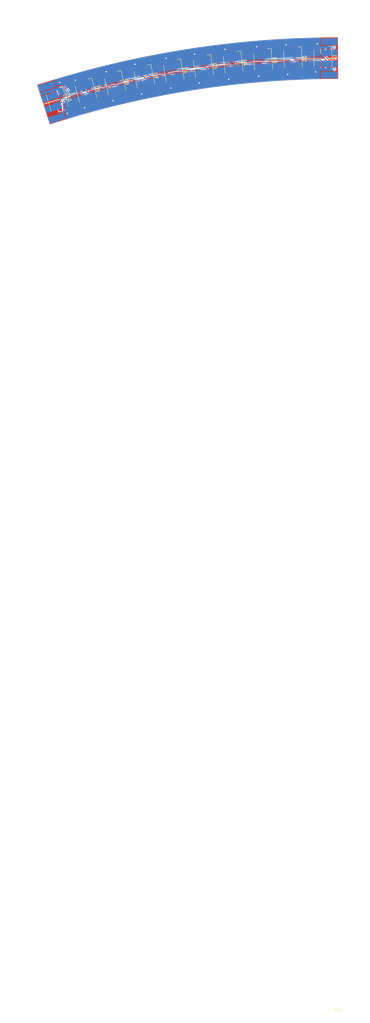
<source format=kicad_pcb>
(kicad_pcb (version 20221018) (generator pcbnew)
  (layers (0 "F.Cu" signal) (31 "B.Cu" signal) (34 "B.Paste" user) (35 "F.Paste" user) (36 "B.SilkS" user "B.Silkscreen") (37 "F.SilkS" user "F.Silkscreen") (38 "B.Mask" user) (39 "F.Mask" user) (44 "Edge.Cuts" user))
  (net 0 "")
  (net 1 "GND")
  (net 2 "+5V")
  (net 3 "Net-(D2-CO)")
  (net 4 "Net-(D2-DO)")
  (net 5 "Net-(D3-CO)")
  (net 6 "Net-(D3-DO)")
  (net 7 "Net-(D4-CO)")
  (net 8 "Net-(D4-DO)")
  (net 9 "Net-(D5-CO)")
  (net 10 "Net-(D5-DO)")
  (net 11 "Net-(D6-CO)")
  (net 12 "Net-(D6-DO)")
  (net 13 "Net-(D7-CO)")
  (net 14 "Net-(D7-DO)")
  (net 15 "Net-(D8-CO)")
  (net 16 "Net-(D8-DO)")
  (net 17 "Net-(D1-CO)")
  (net 18 "Net-(D1-DO)")
  (net 19 "Net-(D10-DI)")
  (net 20 "Net-(D10-CI)")
  (net 21 "Net-(D1-DI)")
  (net 22 "Net-(D1-CI)")
  (net 23 "Net-(D10-CO)")
  (net 24 "Net-(D10-DO)")
  (net 25 "Net-(J1-Pin_2)")
  (net 26 "Net-(J1-Pin_3)")
  (footprint "LED_SMD:LED_RGB_5050-6" (layer "F.Cu") (at 84.466339 53.895439 -74.7)
    (fp_text reference "D9" (at 0 -3.5 105.3) (layer "F.SilkS"))
    (fp_text value "APA102")
    (fp_line (start -3.6 -2.7) (end 2.5 -2.7) (stroke (width 0.12)) (layer "F.SilkS"))
    (fp_line (start -3.6 -1.6) (end -3.6 -2.7) (stroke (width 0.12)) (layer "F.SilkS"))
    (fp_line (start 2.5 2.7) (end -2.5 2.7) (stroke (width 0.12)) (layer "F.SilkS"))
    (pad "1" smd rect (at -2.4 -1.7 15.3) (size 1.1 2) (layers "F.Cu" "F.Paste" "F.Mask") (net 16 "Net-(D8-DO)"))
    (pad "2" smd rect (at -2.4 0 15.3) (size 1.1 2) (layers "F.Cu" "F.Paste" "F.Mask") (net 15 "Net-(D8-CO)"))
    (pad "3" smd rect (at -2.4 1.7 15.3) (size 1.1 2) (layers "F.Cu" "F.Paste" "F.Mask") (net 1 "GND"))
    (pad "4" smd rect (at 2.4 1.7 15.3) (size 1.1 2) (layers "F.Cu" "F.Paste" "F.Mask") (net 2 "+5V"))
    (pad "5" smd rect (at 2.4 0 15.3) (size 1.1 2) (layers "F.Cu" "F.Paste" "F.Mask") (net 20 "Net-(D10-CI)"))
    (pad "6" smd rect (at 2.4 -1.7 15.3) (size 1.1 2) (layers "F.Cu" "F.Paste" "F.Mask") (net 19 "Net-(D10-DI)"))
  )
  (footprint "LED_SMD:LED_RGB_5050-6" (layer "F.Cu") (at 128.588553 45.478677 -83.7)
    (fp_text reference "D4" (at 0 -3.5 96.3) (layer "F.SilkS"))
    (fp_text value "APA102")
    (fp_line (start -3.6 -2.7) (end 2.5 -2.7) (stroke (width 0.12)) (layer "F.SilkS"))
    (fp_line (start -3.6 -1.6) (end -3.6 -2.7) (stroke (width 0.12)) (layer "F.SilkS"))
    (fp_line (start 2.5 2.7) (end -2.5 2.7) (stroke (width 0.12)) (layer "F.SilkS"))
    (pad "1" smd rect (at -2.4 -1.7 6.3) (size 1.1 2) (layers "F.Cu" "F.Paste" "F.Mask") (net 6 "Net-(D3-DO)"))
    (pad "2" smd rect (at -2.4 0 6.3) (size 1.1 2) (layers "F.Cu" "F.Paste" "F.Mask") (net 5 "Net-(D3-CO)"))
    (pad "3" smd rect (at -2.4 1.7 6.3) (size 1.1 2) (layers "F.Cu" "F.Paste" "F.Mask") (net 1 "GND"))
    (pad "4" smd rect (at 2.4 1.7 6.3) (size 1.1 2) (layers "F.Cu" "F.Paste" "F.Mask") (net 2 "+5V"))
    (pad "5" smd rect (at 2.4 0 6.3) (size 1.1 2) (layers "F.Cu" "F.Paste" "F.Mask") (net 7 "Net-(D4-CO)"))
    (pad "6" smd rect (at 2.4 -1.7 6.3) (size 1.1 2) (layers "F.Cu" "F.Paste" "F.Mask") (net 8 "Net-(D4-DO)"))
  )
  (footprint "LED_SMD:LED_RGB_5050-6" (layer "F.Cu") (at 137.541084 44.632413 -85.5)
    (fp_text reference "D3" (at 0 -3.5 94.5) (layer "F.SilkS"))
    (fp_text value "APA102")
    (fp_line (start -3.6 -2.7) (end 2.5 -2.7) (stroke (width 0.12)) (layer "F.SilkS"))
    (fp_line (start -3.6 -1.6) (end -3.6 -2.7) (stroke (width 0.12)) (layer "F.SilkS"))
    (fp_line (start 2.5 2.7) (end -2.5 2.7) (stroke (width 0.12)) (layer "F.SilkS"))
    (pad "1" smd rect (at -2.4 -1.7 4.5) (size 1.1 2) (layers "F.Cu" "F.Paste" "F.Mask") (net 4 "Net-(D2-DO)"))
    (pad "2" smd rect (at -2.4 0 4.5) (size 1.1 2) (layers "F.Cu" "F.Paste" "F.Mask") (net 3 "Net-(D2-CO)"))
    (pad "3" smd rect (at -2.4 1.7 4.5) (size 1.1 2) (layers "F.Cu" "F.Paste" "F.Mask") (net 1 "GND"))
    (pad "4" smd rect (at 2.4 1.7 4.5) (size 1.1 2) (layers "F.Cu" "F.Paste" "F.Mask") (net 2 "+5V"))
    (pad "5" smd rect (at 2.4 0 4.5) (size 1.1 2) (layers "F.Cu" "F.Paste" "F.Mask") (net 5 "Net-(D3-CO)"))
    (pad "6" smd rect (at 2.4 -1.7 4.5) (size 1.1 2) (layers "F.Cu" "F.Paste" "F.Mask") (net 6 "Net-(D3-DO)"))
  )
  (footprint "LED_SMD:LED_RGB_5050-6" (layer "F.Cu") (at 93.176265 51.65911 -76.5)
    (fp_text reference "D8" (at 0 -3.5 103.5) (layer "F.SilkS"))
    (fp_text value "APA102")
    (fp_line (start -3.6 -2.7) (end 2.5 -2.7) (stroke (width 0.12)) (layer "F.SilkS"))
    (fp_line (start -3.6 -1.6) (end -3.6 -2.7) (stroke (width 0.12)) (layer "F.SilkS"))
    (fp_line (start 2.5 2.7) (end -2.5 2.7) (stroke (width 0.12)) (layer "F.SilkS"))
    (pad "1" smd rect (at -2.4 -1.7 13.5) (size 1.1 2) (layers "F.Cu" "F.Paste" "F.Mask") (net 14 "Net-(D7-DO)"))
    (pad "2" smd rect (at -2.4 0 13.5) (size 1.1 2) (layers "F.Cu" "F.Paste" "F.Mask") (net 13 "Net-(D7-CO)"))
    (pad "3" smd rect (at -2.4 1.7 13.5) (size 1.1 2) (layers "F.Cu" "F.Paste" "F.Mask") (net 1 "GND"))
    (pad "4" smd rect (at 2.4 1.7 13.5) (size 1.1 2) (layers "F.Cu" "F.Paste" "F.Mask") (net 2 "+5V"))
    (pad "5" smd rect (at 2.4 0 13.5) (size 1.1 2) (layers "F.Cu" "F.Paste" "F.Mask") (net 15 "Net-(D8-CO)"))
    (pad "6" smd rect (at 2.4 -1.7 13.5) (size 1.1 2) (layers "F.Cu" "F.Paste" "F.Mask") (net 16 "Net-(D8-DO)"))
  )
  (footprint "LED_SMD:LED_RGB_5050-6" (layer "F.Cu") (at 110.785295 48.012455 -80.1)
    (fp_text reference "D6" (at 0 -3.5 99.9) (layer "F.SilkS"))
    (fp_text value "APA102")
    (fp_line (start -3.6 -2.7) (end 2.5 -2.7) (stroke (width 0.12)) (layer "F.SilkS"))
    (fp_line (start -3.6 -1.6) (end -3.6 -2.7) (stroke (width 0.12)) (layer "F.SilkS"))
    (fp_line (start 2.5 2.7) (end -2.5 2.7) (stroke (width 0.12)) (layer "F.SilkS"))
    (pad "1" smd rect (at -2.4 -1.7 9.9) (size 1.1 2) (layers "F.Cu" "F.Paste" "F.Mask") (net 10 "Net-(D5-DO)"))
    (pad "2" smd rect (at -2.4 0 9.9) (size 1.1 2) (layers "F.Cu" "F.Paste" "F.Mask") (net 9 "Net-(D5-CO)"))
    (pad "3" smd rect (at -2.4 1.7 9.9) (size 1.1 2) (layers "F.Cu" "F.Paste" "F.Mask") (net 1 "GND"))
    (pad "4" smd rect (at 2.4 1.7 9.9) (size 1.1 2) (layers "F.Cu" "F.Paste" "F.Mask") (net 2 "+5V"))
    (pad "5" smd rect (at 2.4 0 9.9) (size 1.1 2) (layers "F.Cu" "F.Paste" "F.Mask") (net 11 "Net-(D6-CO)"))
    (pad "6" smd rect (at 2.4 -1.7 9.9) (size 1.1 2) (layers "F.Cu" "F.Paste" "F.Mask") (net 12 "Net-(D6-DO)"))
  )
  (footprint "LED_SMD:LED_RGB_5050-6" (layer "F.Cu") (at 155.50378 43.785314 -89.1)
    (fp_text reference "D1" (at 0 -3.5 90.9) (layer "F.SilkS"))
    (fp_text value "APA102")
    (fp_line (start -3.6 -2.7) (end 2.5 -2.7) (stroke (width 0.12)) (layer "F.SilkS"))
    (fp_line (start -3.6 -1.6) (end -3.6 -2.7) (stroke (width 0.12)) (layer "F.SilkS"))
    (fp_line (start 2.5 2.7) (end -2.5 2.7) (stroke (width 0.12)) (layer "F.SilkS"))
    (pad "1" smd rect (at -2.4 -1.7 0.9) (size 1.1 2) (layers "F.Cu" "F.Paste" "F.Mask") (net 21 "Net-(D1-DI)"))
    (pad "2" smd rect (at -2.4 0 0.9) (size 1.1 2) (layers "F.Cu" "F.Paste" "F.Mask") (net 22 "Net-(D1-CI)"))
    (pad "3" smd rect (at -2.4 1.7 0.9) (size 1.1 2) (layers "F.Cu" "F.Paste" "F.Mask") (net 1 "GND"))
    (pad "4" smd rect (at 2.4 1.7 0.9) (size 1.1 2) (layers "F.Cu" "F.Paste" "F.Mask") (net 2 "+5V"))
    (pad "5" smd rect (at 2.4 0 0.9) (size 1.1 2) (layers "F.Cu" "F.Paste" "F.Mask") (net 17 "Net-(D1-CO)"))
    (pad "6" smd rect (at 2.4 -1.7 0.9) (size 1.1 2) (layers "F.Cu" "F.Paste" "F.Mask") (net 18 "Net-(D1-DO)"))
  )
  (footprint "LED_SMD:LED_RGB_5050-6" (layer "F.Cu") (at 75.830957 56.40425 -72.9)
    (fp_text reference "D10" (at 0 -3.5 107.1) (layer "F.SilkS"))
    (fp_text value "APA102")
    (fp_line (start -3.6 -2.7) (end 2.5 -2.7) (stroke (width 0.12)) (layer "F.SilkS"))
    (fp_line (start -3.6 -1.6) (end -3.6 -2.7) (stroke (width 0.12)) (layer "F.SilkS"))
    (fp_line (start 2.5 2.7) (end -2.5 2.7) (stroke (width 0.12)) (layer "F.SilkS"))
    (pad "1" smd rect (at -2.4 -1.7 17.1) (size 1.1 2) (layers "F.Cu" "F.Paste" "F.Mask") (net 19 "Net-(D10-DI)"))
    (pad "2" smd rect (at -2.4 0 17.1) (size 1.1 2) (layers "F.Cu" "F.Paste" "F.Mask") (net 20 "Net-(D10-CI)"))
    (pad "3" smd rect (at -2.4 1.7 17.1) (size 1.1 2) (layers "F.Cu" "F.Paste" "F.Mask") (net 1 "GND"))
    (pad "4" smd rect (at 2.4 1.7 17.1) (size 1.1 2) (layers "F.Cu" "F.Paste" "F.Mask") (net 2 "+5V"))
    (pad "5" smd rect (at 2.4 0 17.1) (size 1.1 2) (layers "F.Cu" "F.Paste" "F.Mask") (net 23 "Net-(D10-CO)"))
    (pad "6" smd rect (at 2.4 -1.7 17.1) (size 1.1 2) (layers "F.Cu" "F.Paste" "F.Mask") (net 24 "Net-(D10-DO)"))
  )
  (footprint "LED_SMD:LED_RGB_5050-6" (layer "F.Cu") (at 146.515778 44.067773 -87.3)
    (fp_text reference "D2" (at 0 -3.5 92.7) (layer "F.SilkS"))
    (fp_text value "APA102")
    (fp_line (start -3.6 -2.7) (end 2.5 -2.7) (stroke (width 0.12)) (layer "F.SilkS"))
    (fp_line (start -3.6 -1.6) (end -3.6 -2.7) (stroke (width 0.12)) (layer "F.SilkS"))
    (fp_line (start 2.5 2.7) (end -2.5 2.7) (stroke (width 0.12)) (layer "F.SilkS"))
    (pad "1" smd rect (at -2.4 -1.7 2.7) (size 1.1 2) (layers "F.Cu" "F.Paste" "F.Mask") (net 18 "Net-(D1-DO)"))
    (pad "2" smd rect (at -2.4 0 2.7) (size 1.1 2) (layers "F.Cu" "F.Paste" "F.Mask") (net 17 "Net-(D1-CO)"))
    (pad "3" smd rect (at -2.4 1.7 2.7) (size 1.1 2) (layers "F.Cu" "F.Paste" "F.Mask") (net 1 "GND"))
    (pad "4" smd rect (at 2.4 1.7 2.7) (size 1.1 2) (layers "F.Cu" "F.Paste" "F.Mask") (net 2 "+5V"))
    (pad "5" smd rect (at 2.4 0 2.7) (size 1.1 2) (layers "F.Cu" "F.Paste" "F.Mask") (net 3 "Net-(D2-CO)"))
    (pad "6" smd rect (at 2.4 -1.7 2.7) (size 1.1 2) (layers "F.Cu" "F.Paste" "F.Mask") (net 4 "Net-(D2-DO)"))
  )
  (footprint "LED_SMD:LED_RGB_5050-6" (layer "F.Cu") (at 101.952137 49.69747 -78.3)
    (fp_text reference "D7" (at 0 -3.5 101.7) (layer "F.SilkS"))
    (fp_text value "APA102")
    (fp_line (start -3.6 -2.7) (end 2.5 -2.7) (stroke (width 0.12)) (layer "F.SilkS"))
    (fp_line (start -3.6 -1.6) (end -3.6 -2.7) (stroke (width 0.12)) (layer "F.SilkS"))
    (fp_line (start 2.5 2.7) (end -2.5 2.7) (stroke (width 0.12)) (layer "F.SilkS"))
    (pad "1" smd rect (at -2.4 -1.7 11.7) (size 1.1 2) (layers "F.Cu" "F.Paste" "F.Mask") (net 12 "Net-(D6-DO)"))
    (pad "2" smd rect (at -2.4 0 11.7) (size 1.1 2) (layers "F.Cu" "F.Paste" "F.Mask") (net 11 "Net-(D6-CO)"))
    (pad "3" smd rect (at -2.4 1.7 11.7) (size 1.1 2) (layers "F.Cu" "F.Paste" "F.Mask") (net 1 "GND"))
    (pad "4" smd rect (at 2.4 1.7 11.7) (size 1.1 2) (layers "F.Cu" "F.Paste" "F.Mask") (net 2 "+5V"))
    (pad "5" smd rect (at 2.4 0 11.7) (size 1.1 2) (layers "F.Cu" "F.Paste" "F.Mask") (net 13 "Net-(D7-CO)"))
    (pad "6" smd rect (at 2.4 -1.7 11.7) (size 1.1 2) (layers "F.Cu" "F.Paste" "F.Mask") (net 14 "Net-(D7-DO)"))
  )
  (footprint "LED_SMD:LED_RGB_5050-6" (layer "F.Cu") (at 119.667022 46.605728 -81.9)
    (fp_text reference "D5" (at 0 -3.5 98.1) (layer "F.SilkS"))
    (fp_text value "APA102")
    (fp_line (start -3.6 -2.7) (end 2.5 -2.7) (stroke (width 0.12)) (layer "F.SilkS"))
    (fp_line (start -3.6 -1.6) (end -3.6 -2.7) (stroke (width 0.12)) (layer "F.SilkS"))
    (fp_line (start 2.5 2.7) (end -2.5 2.7) (stroke (width 0.12)) (layer "F.SilkS"))
    (pad "1" smd rect (at -2.4 -1.7 8.1) (size 1.1 2) (layers "F.Cu" "F.Paste" "F.Mask") (net 8 "Net-(D4-DO)"))
    (pad "2" smd rect (at -2.4 0 8.1) (size 1.1 2) (layers "F.Cu" "F.Paste" "F.Mask") (net 7 "Net-(D4-CO)"))
    (pad "3" smd rect (at -2.4 1.7 8.1) (size 1.1 2) (layers "F.Cu" "F.Paste" "F.Mask") (net 1 "GND"))
    (pad "4" smd rect (at 2.4 1.7 8.1) (size 1.1 2) (layers "F.Cu" "F.Paste" "F.Mask") (net 2 "+5V"))
    (pad "5" smd rect (at 2.4 0 8.1) (size 1.1 2) (layers "F.Cu" "F.Paste" "F.Mask") (net 9 "Net-(D5-CO)"))
    (pad "6" smd rect (at 2.4 -1.7 8.1) (size 1.1 2) (layers "F.Cu" "F.Paste" "F.Mask") (net 10 "Net-(D5-DO)"))
  )
  (footprint "additional:side_blinker_shape" (layer "F.Cu") (at 160 330)
    (fp_text reference "H1" (at 0 -0.5 unlocked) (layer "F.SilkS"))
    (fp_text value "MountingHole")
    (fp_line (start -90.267454 -278.222998) (end -86.409876 -266.333143) (stroke (width 0.12)) (layer "Edge.Cuts"))
    (fp_line (start 0 -292.5) (end 0.1 -279.999999) (stroke (width 0.12)) (layer "Edge.Cuts"))
    (fp_arc (start -90.267454 -278.222998) (mid -45.694765 -288.908702) (end 0 -292.5) (stroke (width 0.12)) (layer "Edge.Cuts"))
    (fp_arc (start -86.409876 -266.333143) (mid -43.692613 -276.570001) (end 0.1 -279.999999) (stroke (width 0.12)) (layer "Edge.Cuts"))
  )
  (footprint "additional:connector led ribbon" (layer "B.Cu") (at 73.729757 63.676177 18)
    (fp_text reference "J2" hide)
    (fp_text value "Conn_01x06")
    (pad "1" smd rect (at 2.5 -1.25 18) (size 5 2) (layers "B.Cu" "B.Paste" "B.Mask") (net 23 "Net-(D10-CO)"))
    (pad "2" smd rect (at 2.5 -4.583333 18) (size 5 2) (layers "B.Cu" "B.Paste" "B.Mask") (net 25 "Net-(J1-Pin_2)"))
    (pad "3" smd rect (at 2.5 -7.916666 18) (size 5 2) (layers "B.Cu" "B.Paste" "B.Mask") (net 26 "Net-(J1-Pin_3)"))
    (pad "4" smd rect (at 2.5 -11.249999 18) (size 5 2) (layers "B.Cu" "B.Paste" "B.Mask") (net 24 "Net-(D10-DO)"))
    (pad "5" smd rect (at 2.5 -1.25 18) (size 5 2) (layers "F.Cu" "F.Paste" "F.Mask") (net 2 "+5V"))
    (pad "6" smd rect (at 2.5 -11.249999 18) (size 5 2) (layers "F.Cu" "F.Paste" "F.Mask") (net 1 "GND"))
  )
  (footprint "additional:connector led ribbon" (layer "B.Cu") (at 154.830957 50.05425)
    (fp_text reference "J1" hide)
    (fp_text value "Conn_01x06")
    (pad "1" smd rect (at 2.5 -1.25) (size 5 2) (layers "B.Cu" "B.Paste" "B.Mask") (net 22 "Net-(D1-CI)"))
    (pad "2" smd rect (at 2.5 -4.583333) (size 5 2) (layers "B.Cu" "B.Paste" "B.Mask") (net 25 "Net-(J1-Pin_2)"))
    (pad "3" smd rect (at 2.5 -7.916666) (size 5 2) (layers "B.Cu" "B.Paste" "B.Mask") (net 26 "Net-(J1-Pin_3)"))
    (pad "4" smd rect (at 2.5 -11.249999) (size 5 2) (layers "B.Cu" "B.Paste" "B.Mask") (net 21 "Net-(D1-DI)"))
    (pad "5" smd rect (at 2.5 -1.25) (size 5 2) (layers "F.Cu" "F.Paste" "F.Mask") (net 2 "+5V"))
    (pad "6" smd rect (at 2.5 -11.249999) (size 5 2) (layers "F.Cu" "F.Paste" "F.Mask") (net 1 "GND"))
  )
  (segment (start 82.193296 51.366589) (end 81.230957 50.40425) (width 1.5) (layer "F.Cu") (net 1))
  (segment (start 82.193296 52.029085) (end 82.193296 51.366589) (width 1.5) (layer "F.Cu") (net 1))
  (via (at 81.230957 50.40425) (size 0.8) (drill 0.4) (layers "F.Cu" "B.Cu") (net 1))
  (via (at 126.130957 41.10425) (size 0.8) (drill 0.4) (layers "F.Cu" "B.Cu") (net 1))
  (via (at 153.830957 39.40425) (size 0.8) (drill 0.4) (layers "F.Cu" "B.Cu") (net 1))
  (via (at 144.430957 39.70425) (size 0.8) (drill 0.4) (layers "F.Cu" "B.Cu") (net 1))
  (via (at 108.430957 43.80425) (size 0.8) (drill 0.4) (layers "F.Cu" "B.Cu") (net 1))
  (via (at 135.630957 40.30425) (size 0.8) (drill 0.4) (layers "F.Cu" "B.Cu") (net 1))
  (via (at 90.530957 47.80425) (size 0.8) (drill 0.4) (layers "F.Cu" "B.Cu") (net 1))
  (via (at 76.630957 51.00425) (size 0.8) (drill 0.4) (layers "F.Cu" "B.Cu") (net 1))
  (via (at 117.030957 42.50425) (size 0.8) (drill 0.4) (layers "F.Cu" "B.Cu") (net 1))
  (via (at 99.130957 45.60425) (size 0.8) (drill 0.4) (layers "F.Cu" "B.Cu") (net 1))
  (via (at 101.130957 54.50425) (size 0.8) (drill 0.4) (layers "F.Cu" "B.Cu") (net 2))
  (via (at 118.430957 51.20425) (size 0.8) (drill 0.4) (layers "F.Cu" "B.Cu") (net 2))
  (via (at 144.930957 48.60425) (size 0.8) (drill 0.4) (layers "F.Cu" "B.Cu") (net 2))
  (via (at 84.030957 58.60425) (size 0.8) (drill 0.4) (layers "F.Cu" "B.Cu") (net 2))
  (via (at 136.230957 49.20425) (size 0.8) (drill 0.4) (layers "F.Cu" "B.Cu") (net 2))
  (via (at 127.230957 50.10425) (size 0.8) (drill 0.4) (layers "F.Cu" "B.Cu") (net 2))
  (via (at 153.330957 47.90425) (size 0.8) (drill 0.4) (layers "F.Cu" "B.Cu") (net 2))
  (via (at 92.530957 56.50425) (size 0.8) (drill 0.4) (layers "F.Cu" "B.Cu") (net 2))
  (via (at 78.830957 60.30425) (size 0.8) (drill 0.4) (layers "F.Cu" "B.Cu") (net 2))
  (via (at 109.930957 52.70425) (size 0.8) (drill 0.4) (layers "F.Cu" "B.Cu") (net 2))
  (segment (start 146.628833 46.465109) (end 146.628833 45.463998) (width 0.25) (layer "F.Cu") (net 3))
  (segment (start 137.352782 43.242903) (end 137.352782 42.239811) (width 0.25) (layer "F.Cu") (net 3))
  (segment (start 146.628833 45.463998) (end 145.569085 44.40425) (width 0.25) (layer "F.Cu") (net 3))
  (segment (start 145.569085 44.40425) (end 138.514129 44.40425) (width 0.25) (layer "F.Cu") (net 3))
  (segment (start 138.514129 44.40425) (end 137.352782 43.242903) (width 0.25) (layer "F.Cu") (net 3))
  (segment (start 140.041427 43.100316) (end 139.047542 42.106431) (width 0.25) (layer "F.Cu") (net 4))
  (segment (start 148.326946 46.385028) (end 148.326946 45.383917) (width 0.25) (layer "F.Cu") (net 4))
  (segment (start 148.326946 45.383917) (end 146.043345 43.100316) (width 0.25) (layer "F.Cu") (net 4))
  (segment (start 146.043345 43.100316) (end 140.041427 43.100316) (width 0.25) (layer "F.Cu") (net 4))
  (segment (start 129.630194 45.40425) (end 128.325191 44.099247) (width 0.25) (layer "F.Cu") (net 5))
  (segment (start 137.111713 45.40425) (end 129.630194 45.40425) (width 0.25) (layer "F.Cu") (net 5))
  (segment (start 137.729386 46.021923) (end 137.111713 45.40425) (width 0.25) (layer "F.Cu") (net 5))
  (segment (start 137.729386 47.025015) (end 137.729386 46.021923) (width 0.25) (layer "F.Cu") (net 5))
  (segment (start 128.325191 44.099247) (end 128.325191 43.093171) (width 0.25) (layer "F.Cu") (net 5))
  (segment (start 132.062552 44.95425) (end 130.014924 42.906622) (width 0.25) (layer "F.Cu") (net 6))
  (segment (start 138.489853 44.95425) (end 132.062552 44.95425) (width 0.25) (layer "F.Cu") (net 6))
  (segment (start 139.424145 45.888542) (end 138.489853 44.95425) (width 0.25) (layer "F.Cu") (net 6))
  (segment (start 139.424145 46.891634) (end 139.424145 45.888542) (width 0.25) (layer "F.Cu") (net 6))
  (segment (start 119.328859 45.239748) (end 119.328859 44.229671) (width 0.25) (layer "F.Cu") (net 7))
  (segment (start 119.471769 45.382658) (end 119.328859 45.239748) (width 0.25) (layer "F.Cu") (net 7))
  (segment (start 128.851915 47.789585) (end 126.444988 45.382658) (width 0.25) (layer "F.Cu") (net 7))
  (segment (start 126.444988 45.382658) (end 119.471769 45.382658) (width 0.25) (layer "F.Cu") (net 7))
  (segment (start 128.851915 47.864183) (end 128.851915 47.789585) (width 0.25) (layer "F.Cu") (net 7))
  (segment (start 121.954418 44.932658) (end 121.011899 43.990139) (width 0.25) (layer "F.Cu") (net 8))
  (segment (start 127.652976 45.95425) (end 126.631384 44.932658) (width 0.25) (layer "F.Cu") (net 8))
  (segment (start 129.82434 45.95425) (end 127.652976 45.95425) (width 0.25) (layer "F.Cu") (net 8))
  (segment (start 130.541649 47.677635) (end 130.541649 46.671559) (width 0.25) (layer "F.Cu") (net 8))
  (segment (start 130.541649 46.671559) (end 129.82434 45.95425) (width 0.25) (layer "F.Cu") (net 8))
  (segment (start 126.631384 44.932658) (end 121.954418 44.932658) (width 0.25) (layer "F.Cu") (net 8))
  (segment (start 120.005185 48.981785) (end 120.005185 47.971708) (width 0.25) (layer "F.Cu") (net 9))
  (segment (start 112.128722 47.40425) (end 110.372665 45.648193) (width 0.25) (layer "F.Cu") (net 9))
  (segment (start 120.005185 47.971708) (end 119.437727 47.40425) (width 0.25) (layer "F.Cu") (net 9))
  (segment (start 119.437727 47.40425) (end 112.128722 47.40425) (width 0.25) (layer "F.Cu") (net 9))
  (segment (start 120.360299 46.40425) (end 113.095688 46.40425) (width 0.25) (layer "F.Cu") (net 10))
  (segment (start 121.688225 47.732176) (end 120.360299 46.40425) (width 0.25) (layer "F.Cu") (net 10))
  (segment (start 121.688225 48.742253) (end 121.688225 47.732176) (width 0.25) (layer "F.Cu") (net 10))
  (segment (start 113.095688 46.40425) (end 112.047351 45.355913) (width 0.25) (layer "F.Cu") (net 10))
  (segment (start 110.085535 49.264327) (end 103.382439 49.264327) (width 0.25) (layer "F.Cu") (net 11))
  (segment (start 111.197925 50.376717) (end 110.085535 49.264327) (width 0.25) (layer "F.Cu") (net 11))
  (segment (start 103.382439 49.264327) (end 101.465447 47.347335) (width 0.25) (layer "F.Cu") (net 11))
  (segment (start 112.872611 50.084438) (end 111.6025 48.814327) (width 0.25) (layer "F.Cu") (net 12))
  (segment (start 104.941856 48.814327) (end 103.130126 47.002597) (width 0.25) (layer "F.Cu") (net 12))
  (segment (start 111.6025 48.814327) (end 104.941856 48.814327) (width 0.25) (layer "F.Cu") (net 12))
  (segment (start 100.745552 50.35433) (end 93.644904 50.35433) (width 0.25) (layer "F.Cu") (net 13))
  (segment (start 102.438827 52.047605) (end 100.745552 50.35433) (width 0.25) (layer "F.Cu") (net 13))
  (segment (start 93.644904 50.35433) (end 92.615996 49.325422) (width 0.25) (layer "F.Cu") (net 13))
  (segment (start 104.103505 51.702866) (end 101.508469 49.10783) (width 0.25) (layer "F.Cu") (net 14))
  (segment (start 101.508469 49.10783) (end 94.44829 49.10783) (width 0.25) (layer "F.Cu") (net 14))
  (segment (start 94.44829 49.10783) (end 94.269025 48.928565) (width 0.25) (layer "F.Cu") (net 14))
  (segment (start 93.736534 53.992798) (end 92.147986 52.40425) (width 0.25) (layer "F.Cu") (net 15))
  (segment (start 86.668602 52.566605) (end 84.819148 52.566605) (width 0.25) (layer "F.Cu") (net 15))
  (segment (start 92.147986 52.40425) (end 86.830957 52.40425) (width 0.25) (layer "F.Cu") (net 15))
  (segment (start 84.819148 52.566605) (end 83.833044 51.580501) (width 0.25) (layer "F.Cu") (net 15))
  (segment (start 86.830957 52.40425) (end 86.668602 52.566605) (width 0.25) (layer "F.Cu") (net 15))
  (segment (start 93.747872 51.95425) (end 86.295124 51.95425) (width 0.25) (layer "F.Cu") (net 16))
  (segment (start 95.389563 53.595941) (end 93.747872 51.95425) (width 0.25) (layer "F.Cu") (net 16))
  (segment (start 86.295124 51.95425) (end 85.472791 51.131917) (width 0.25) (layer "F.Cu") (net 16))
  (segment (start 154.589437 44.232853) (end 147.812278 44.232853) (width 0.25) (layer "F.Cu") (net 17))
  (segment (start 155.541478 46.185018) (end 155.541478 45.184894) (width 0.25) (layer "F.Cu") (net 17))
  (segment (start 147.812278 44.232853) (end 146.402723 42.823298) (width 0.25) (layer "F.Cu") (net 17))
  (segment (start 146.402723 42.823298) (end 146.402723 41.670437) (width 0.25) (layer "F.Cu") (net 17))
  (segment (start 155.541478 45.184894) (end 154.589437 44.232853) (width 0.25) (layer "F.Cu") (net 17))
  (segment (start 157.241268 45.158191) (end 155.86593 43.782853) (width 0.25) (layer "F.Cu") (net 18))
  (segment (start 157.241268 46.158315) (end 157.241268 45.158191) (width 0.25) (layer "F.Cu") (net 18))
  (segment (start 150.293332 43.782853) (end 148.100835 41.590356) (width 0.25) (layer "F.Cu") (net 18))
  (segment (start 155.86593 43.782853) (end 150.293332 43.782853) (width 0.25) (layer "F.Cu") (net 18))
  (segment (start 86.739382 55.761793) (end 84.456839 53.47925) (width 0.25) (layer "F.Cu") (net 19))
  (segment (start 84.456839 53.47925) (end 80.938369 53.47925) (width 0.25) (layer "F.Cu") (net 19))
  (segment (start 79.463369 52.00425) (end 78.230957 52.00425) (width 0.25) (layer "F.Cu") (net 19))
  (segment (start 80.938369 53.47925) (end 79.463369 52.00425) (width 0.25) (layer "F.Cu") (net 19))
  (segment (start 78.230957 52.00425) (end 76.750108 53.485099) (width 0.25) (layer "F.Cu") (net 19))
  (segment (start 76.750108 53.485099) (end 76.750108 53.610478) (width 0.25) (layer "F.Cu") (net 19))
  (segment (start 77.989751 54.44944) (end 77.386198 55.052993) (width 0.25) (layer "F.Cu") (net 20))
  (segment (start 77.386198 55.052993) (end 76.067906 55.052993) (width 0.25) (layer "F.Cu") (net 20))
  (segment (start 76.067906 55.052993) (end 75.12526 54.110347) (width 0.25) (layer "F.Cu") (net 20))
  (segment (start 78.630957 52.50425) (end 77.989751 53.145456) (width 0.25) (layer "F.Cu") (net 20))
  (segment (start 82.818507 53.92925) (end 80.751973 53.92925) (width 0.25) (layer "F.Cu") (net 20))
  (segment (start 85.099634 56.210377) (end 82.818507 53.92925) (width 0.25) (layer "F.Cu") (net 20))
  (segment (start 77.989751 53.145456) (end 77.989751 54.44944) (width 0.25) (layer "F.Cu") (net 20))
  (segment (start 80.751973 53.92925) (end 79.326973 52.50425) (width 0.25) (layer "F.Cu") (net 20))
  (segment (start 79.326973 52.50425) (end 78.630957 52.50425) (width 0.25) (layer "F.Cu") (net 20))
  (segment (start 157.976299 41.358908) (end 158.830957 40.50425) (width 0.25) (layer "F.Cu") (net 21))
  (segment (start 157.165873 41.358908) (end 157.976299 41.358908) (width 0.25) (layer "F.Cu") (net 21))
  (via (at 158.830957 40.50425) (size 0.8) (drill 0.4) (layers "F.Cu" "B.Cu") (net 21))
  (segment (start 158.830957 40.50425) (end 158.830957 40.304251) (width 0.25) (layer "B.Cu") (net 21))
  (segment (start 158.830957 40.304251) (end 157.330957 38.804251) (width 0.25) (layer "B.Cu") (net 21))
  (segment (start 155.466082 42.380768) (end 155.466082 41.38561) (width 0.25) (layer "F.Cu") (net 22))
  (segment (start 158.930957 47.070419) (end 158.930957 45.845643) (width 0.25) (layer "F.Cu") (net 22))
  (segment (start 158.930957 45.845643) (end 155.466082 42.380768) (width 0.25) (layer "F.Cu") (net 22))
  (via (at 158.930957 47.070419) (size 0.8) (drill 0.4) (layers "F.Cu" "B.Cu") (net 22))
  (segment (start 157.330957 48.670419) (end 158.930957 47.070419) (width 0.25) (layer "B.Cu") (net 22))
  (segment (start 157.330957 48.80425) (end 157.330957 48.670419) (width 0.25) (layer "B.Cu") (net 22))
  (segment (start 76.536654 57.523553) (end 77.355957 56.70425) (width 0.25) (layer "F.Cu") (net 23))
  (segment (start 76.536654 58.698153) (end 76.536654 57.523553) (width 0.25) (layer "F.Cu") (net 23))
  (via (at 77.355957 56.70425) (size 0.8) (drill 0.4) (layers "F.Cu" "B.Cu") (net 23))
  (segment (start 77.702729 59.733212) (end 77.702729 57.051022) (width 0.25) (layer "B.Cu") (net 23))
  (segment (start 77.702729 57.051022) (end 77.355957 56.70425) (width 0.25) (layer "B.Cu") (net 23))
  (segment (start 75.721127 61.714814) (end 77.702729 59.733212) (width 0.25) (layer "B.Cu") (net 23))
  (segment (start 78.161502 58.198285) (end 78.878965 57.480822) (width 0.25) (layer "F.Cu") (net 24))
  (segment (start 78.878965 57.480822) (end 78.878965 53.352258) (width 0.25) (layer "F.Cu") (net 24))
  (via (at 78.878965 53.352258) (size 0.8) (drill 0.4) (layers "F.Cu" "B.Cu") (net 24))
  (segment (start 72.630957 52.20425) (end 77.730957 52.20425) (width 0.25) (layer "B.Cu") (net 24))
  (segment (start 77.730957 52.20425) (end 78.878965 53.352258) (width 0.25) (layer "B.Cu") (net 24))
  (segment (start 154.530957 44.20425) (end 141.070554 44.882356) (width 0.25) (layer "B.Cu") (net 25))
  (segment (start 157.330957 45.470917) (end 154.530957 44.20425) (width 0.25) (layer "B.Cu") (net 25))
  (segment (start 77.630957 55.90425) (end 76.630957 56.10425) (width 0.25) (layer "B.Cu") (net 25))
  (segment (start 89.439424 52.952137) (end 78.330957 55.90425) (width 0.25) (layer "B.Cu") (net 25))
  (segment (start 74.691071 57.493164) (end 74.691071 58.544626) (width 0.25) (layer "B.Cu") (net 25))
  (segment (start 76.630957 56.10425) (end 74.691071 57.493164) (width 0.25) (layer "B.Cu") (net 25))
  (segment (start 78.330957 55.90425) (end 77.630957 55.90425) (width 0.25) (layer "B.Cu") (net 25))
  (arc (start 141.070554 44.882356) (mid 115.043555 47.564473) (end 89.439424 52.952137) (width 0.25) (layer "B.Cu") (net 25))
  (segment (start 73.661014 55.374438) (end 78.330957 55.20425) (width 0.25) (layer "B.Cu") (net 26))
  (segment (start 155.964291 43.50425) (end 157.330957 42.137584) (width 0.25) (layer "B.Cu") (net 26))
  (segment (start 154.430957 43.50425) (end 155.964291 43.50425) (width 0.25) (layer "B.Cu") (net 26))
  (segment (start 141.70353 44.111841) (end 154.430957 43.50425) (width 0.25) (layer "B.Cu") (net 26))
  (segment (start 78.330957 55.20425) (end 88.464361 52.46851) (width 0.25) (layer "B.Cu") (net 26))
  (arc (start 88.464361 52.46851) (mid 114.858113 46.851428) (end 141.70353 44.111841) (width 0.25) (layer "B.Cu") (net 26))
  (zone (net 1) (net_name "GND") (layers "F&B.Cu") (connect_pads yes (clearance 0)) (min_thickness 0.25) (fill yes (thermal_gap 0.5) (thermal_bridge_width 0.5))
    (polygon (pts (xy 58.630957 32.90425) (xy 169.630957 31.80425) (xy 168.830957 64.10425) (xy 61.330957 76.60425) (xy 58.730957 33.00425)))
  )
  (zone (net 2) (net_name "+5V") (layers "F&B.Cu") (priority 2) (connect_pads yes (clearance 0)) (min_thickness 0.25) (fill yes (thermal_gap 0.5) (thermal_bridge_width 0.5))
    (polygon (pts (xy 70.630957 58.00425) (xy 82.730957 54.20425) (xy 104.230957 49.10425) (xy 119.330957 46.50425) (xy 131.430957 45.20425) (xy 143.430957 44.30425) (xy 152.030957 43.90425) (xy 162.430957 43.90425) (xy 163.430957 54.30425) (xy 61.030957 79.40425)))
  )
)
</source>
